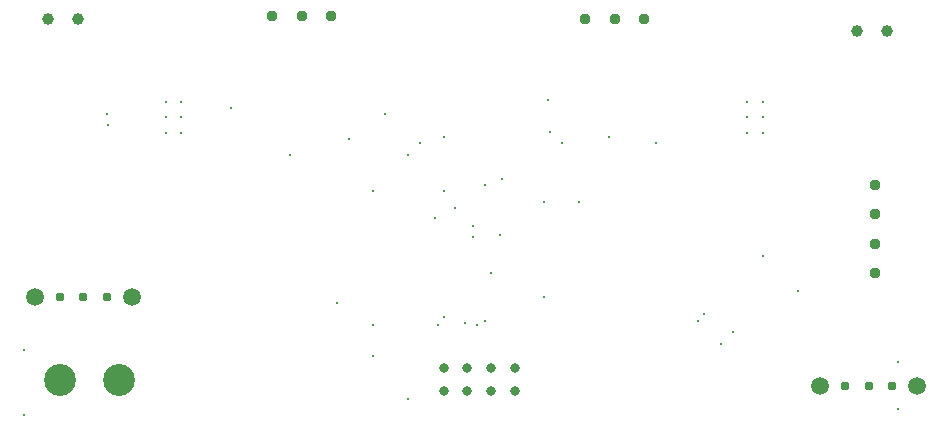
<source format=gbr>
%TF.GenerationSoftware,KiCad,Pcbnew,9.0.2+dfsg-1*%
%TF.CreationDate,2025-08-17T17:02:39-04:00*%
%TF.ProjectId,Basic_Controller,42617369-635f-4436-9f6e-74726f6c6c65,rev?*%
%TF.SameCoordinates,Original*%
%TF.FileFunction,Plated,1,2,PTH,Drill*%
%TF.FilePolarity,Positive*%
%FSLAX46Y46*%
G04 Gerber Fmt 4.6, Leading zero omitted, Abs format (unit mm)*
G04 Created by KiCad (PCBNEW 9.0.2+dfsg-1) date 2025-08-17 17:02:39*
%MOMM*%
%LPD*%
G01*
G04 APERTURE LIST*
%TA.AperFunction,ViaDrill*%
%ADD10C,0.300000*%
%TD*%
%TA.AperFunction,ComponentDrill*%
%ADD11C,0.330000*%
%TD*%
%TA.AperFunction,ComponentDrill*%
%ADD12C,0.787400*%
%TD*%
%TA.AperFunction,ComponentDrill*%
%ADD13C,0.812800*%
%TD*%
%TA.AperFunction,ComponentDrill*%
%ADD14C,0.950000*%
%TD*%
%TA.AperFunction,ComponentDrill*%
%ADD15C,1.000000*%
%TD*%
%TA.AperFunction,ComponentDrill*%
%ADD16C,1.498600*%
%TD*%
%TA.AperFunction,ComponentDrill*%
%ADD17C,2.700000*%
%TD*%
G04 APERTURE END LIST*
D10*
X137500000Y-87500000D03*
X137500000Y-93000000D03*
X144500000Y-67500000D03*
X144565000Y-68435000D03*
X155000000Y-67000000D03*
X160000000Y-71000000D03*
X164000000Y-83500000D03*
X165000000Y-69650000D03*
X167000000Y-74000000D03*
X167000000Y-85350000D03*
X167000000Y-88000000D03*
X168000000Y-67500000D03*
X170000000Y-71000000D03*
X170000000Y-91650001D03*
X171000000Y-70000000D03*
X172290380Y-76290380D03*
X172500000Y-85350000D03*
X173000000Y-69500000D03*
X173000000Y-74000000D03*
X173000000Y-84699000D03*
X174000000Y-75500000D03*
X174790380Y-85209620D03*
X175488145Y-77954836D03*
X175500000Y-77000000D03*
X175780626Y-85350000D03*
X176500000Y-73500000D03*
X176500000Y-85000000D03*
X177000000Y-81000000D03*
X177750000Y-77750000D03*
X177955883Y-72985025D03*
X181500000Y-75000000D03*
X181500000Y-83000000D03*
X181830053Y-66330053D03*
X182000000Y-69000000D03*
X183000000Y-70000000D03*
X184500000Y-75000000D03*
X187000000Y-69500000D03*
X191000000Y-70000000D03*
X194500000Y-85000000D03*
X195065687Y-84434313D03*
X196500000Y-87000000D03*
X197500000Y-86000000D03*
X200000000Y-79500000D03*
X203000000Y-82500000D03*
X211500000Y-88500000D03*
X211500000Y-92500000D03*
D11*
%TO.C,U4*%
X149500000Y-66500000D03*
X149500000Y-67800000D03*
X149500000Y-69100000D03*
X150800000Y-66500000D03*
X150800000Y-67800000D03*
X150800000Y-69100000D03*
%TO.C,U5*%
X198700000Y-66500000D03*
X198700000Y-67800000D03*
X198700000Y-69100000D03*
X200000000Y-66500000D03*
X200000000Y-67800000D03*
X200000000Y-69100000D03*
D12*
%TO.C,SW3*%
X140499999Y-83000000D03*
X142499999Y-83000000D03*
X144500000Y-83000000D03*
%TO.C,SW2*%
X206999999Y-90500000D03*
X209000000Y-90500000D03*
X211000000Y-90500000D03*
D13*
%TO.C,J4*%
X173000000Y-89000000D03*
X173000000Y-91000001D03*
X174999999Y-89000000D03*
X174999999Y-91000001D03*
X177000000Y-89000000D03*
X177000000Y-91000001D03*
X178999998Y-89000000D03*
X178999998Y-91000001D03*
D14*
%TO.C,J1*%
X158500000Y-59200000D03*
X161000000Y-59200000D03*
X163500000Y-59200000D03*
%TO.C,J2*%
X185000000Y-59500000D03*
X187500000Y-59500000D03*
X190000000Y-59500000D03*
%TO.C,J3*%
X209500000Y-73500000D03*
X209500000Y-76000000D03*
X209500000Y-78500000D03*
X209500000Y-81000000D03*
D15*
%TO.C,M1+1*%
X139500000Y-59500000D03*
X142000000Y-59500000D03*
%TO.C,M2+1*%
X208000000Y-60500000D03*
X210500000Y-60500000D03*
D16*
%TO.C,SW3*%
X138399998Y-83000000D03*
X146599999Y-83000000D03*
%TO.C,SW2*%
X204900000Y-90500000D03*
X213100001Y-90500000D03*
D17*
%TO.C,J13*%
X140500000Y-90000000D03*
X145500000Y-90000000D03*
M02*

</source>
